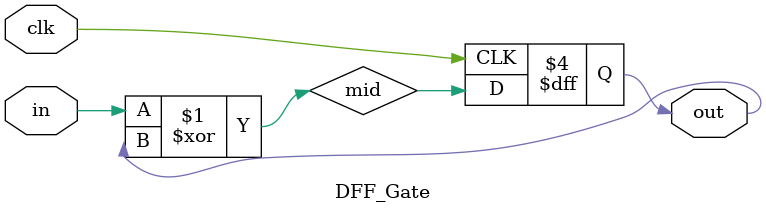
<source format=v>
`timescale 1ns / 1ps


module DFF_Gate(
    input clk,
    input in,
    output reg out
    );
    wire mid;
    assign mid=in^out;
    initial begin
    out=0;
    end
    always @ (posedge clk) begin
    out<=mid;
    end
endmodule

</source>
